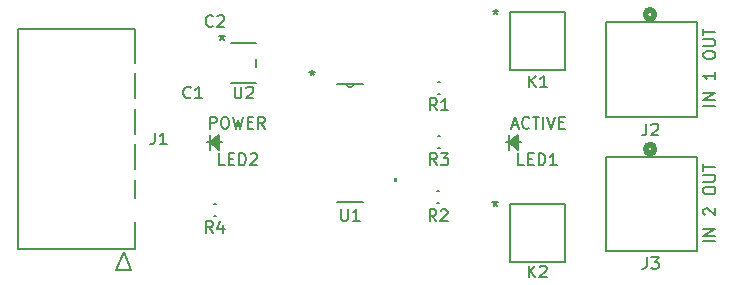
<source format=gbr>
%TF.GenerationSoftware,KiCad,Pcbnew,8.0.1*%
%TF.CreationDate,2024-04-22T12:52:14-04:00*%
%TF.ProjectId,QATCH_MUX_PCB_tester_1x1,51415443-485f-44d5-9558-5f5043425f74,1*%
%TF.SameCoordinates,Original*%
%TF.FileFunction,Legend,Top*%
%TF.FilePolarity,Positive*%
%FSLAX46Y46*%
G04 Gerber Fmt 4.6, Leading zero omitted, Abs format (unit mm)*
G04 Created by KiCad (PCBNEW 8.0.1) date 2024-04-22 12:52:14*
%MOMM*%
%LPD*%
G01*
G04 APERTURE LIST*
%ADD10C,0.150000*%
%ADD11C,0.152400*%
%ADD12C,0.508000*%
%ADD13C,0.000000*%
G04 APERTURE END LIST*
D10*
X125586779Y-98619819D02*
X125586779Y-97619819D01*
X125586779Y-97619819D02*
X125967731Y-97619819D01*
X125967731Y-97619819D02*
X126062969Y-97667438D01*
X126062969Y-97667438D02*
X126110588Y-97715057D01*
X126110588Y-97715057D02*
X126158207Y-97810295D01*
X126158207Y-97810295D02*
X126158207Y-97953152D01*
X126158207Y-97953152D02*
X126110588Y-98048390D01*
X126110588Y-98048390D02*
X126062969Y-98096009D01*
X126062969Y-98096009D02*
X125967731Y-98143628D01*
X125967731Y-98143628D02*
X125586779Y-98143628D01*
X126777255Y-97619819D02*
X126967731Y-97619819D01*
X126967731Y-97619819D02*
X127062969Y-97667438D01*
X127062969Y-97667438D02*
X127158207Y-97762676D01*
X127158207Y-97762676D02*
X127205826Y-97953152D01*
X127205826Y-97953152D02*
X127205826Y-98286485D01*
X127205826Y-98286485D02*
X127158207Y-98476961D01*
X127158207Y-98476961D02*
X127062969Y-98572200D01*
X127062969Y-98572200D02*
X126967731Y-98619819D01*
X126967731Y-98619819D02*
X126777255Y-98619819D01*
X126777255Y-98619819D02*
X126682017Y-98572200D01*
X126682017Y-98572200D02*
X126586779Y-98476961D01*
X126586779Y-98476961D02*
X126539160Y-98286485D01*
X126539160Y-98286485D02*
X126539160Y-97953152D01*
X126539160Y-97953152D02*
X126586779Y-97762676D01*
X126586779Y-97762676D02*
X126682017Y-97667438D01*
X126682017Y-97667438D02*
X126777255Y-97619819D01*
X127539160Y-97619819D02*
X127777255Y-98619819D01*
X127777255Y-98619819D02*
X127967731Y-97905533D01*
X127967731Y-97905533D02*
X128158207Y-98619819D01*
X128158207Y-98619819D02*
X128396303Y-97619819D01*
X128777255Y-98096009D02*
X129110588Y-98096009D01*
X129253445Y-98619819D02*
X128777255Y-98619819D01*
X128777255Y-98619819D02*
X128777255Y-97619819D01*
X128777255Y-97619819D02*
X129253445Y-97619819D01*
X130253445Y-98619819D02*
X129920112Y-98143628D01*
X129682017Y-98619819D02*
X129682017Y-97619819D01*
X129682017Y-97619819D02*
X130062969Y-97619819D01*
X130062969Y-97619819D02*
X130158207Y-97667438D01*
X130158207Y-97667438D02*
X130205826Y-97715057D01*
X130205826Y-97715057D02*
X130253445Y-97810295D01*
X130253445Y-97810295D02*
X130253445Y-97953152D01*
X130253445Y-97953152D02*
X130205826Y-98048390D01*
X130205826Y-98048390D02*
X130158207Y-98096009D01*
X130158207Y-98096009D02*
X130062969Y-98143628D01*
X130062969Y-98143628D02*
X129682017Y-98143628D01*
X168369819Y-108143220D02*
X167369819Y-108143220D01*
X168369819Y-107667030D02*
X167369819Y-107667030D01*
X167369819Y-107667030D02*
X168369819Y-107095602D01*
X168369819Y-107095602D02*
X167369819Y-107095602D01*
X167465057Y-105905125D02*
X167417438Y-105857506D01*
X167417438Y-105857506D02*
X167369819Y-105762268D01*
X167369819Y-105762268D02*
X167369819Y-105524173D01*
X167369819Y-105524173D02*
X167417438Y-105428935D01*
X167417438Y-105428935D02*
X167465057Y-105381316D01*
X167465057Y-105381316D02*
X167560295Y-105333697D01*
X167560295Y-105333697D02*
X167655533Y-105333697D01*
X167655533Y-105333697D02*
X167798390Y-105381316D01*
X167798390Y-105381316D02*
X168369819Y-105952744D01*
X168369819Y-105952744D02*
X168369819Y-105333697D01*
X167369819Y-103952744D02*
X167369819Y-103762268D01*
X167369819Y-103762268D02*
X167417438Y-103667030D01*
X167417438Y-103667030D02*
X167512676Y-103571792D01*
X167512676Y-103571792D02*
X167703152Y-103524173D01*
X167703152Y-103524173D02*
X168036485Y-103524173D01*
X168036485Y-103524173D02*
X168226961Y-103571792D01*
X168226961Y-103571792D02*
X168322200Y-103667030D01*
X168322200Y-103667030D02*
X168369819Y-103762268D01*
X168369819Y-103762268D02*
X168369819Y-103952744D01*
X168369819Y-103952744D02*
X168322200Y-104047982D01*
X168322200Y-104047982D02*
X168226961Y-104143220D01*
X168226961Y-104143220D02*
X168036485Y-104190839D01*
X168036485Y-104190839D02*
X167703152Y-104190839D01*
X167703152Y-104190839D02*
X167512676Y-104143220D01*
X167512676Y-104143220D02*
X167417438Y-104047982D01*
X167417438Y-104047982D02*
X167369819Y-103952744D01*
X167369819Y-103095601D02*
X168179342Y-103095601D01*
X168179342Y-103095601D02*
X168274580Y-103047982D01*
X168274580Y-103047982D02*
X168322200Y-103000363D01*
X168322200Y-103000363D02*
X168369819Y-102905125D01*
X168369819Y-102905125D02*
X168369819Y-102714649D01*
X168369819Y-102714649D02*
X168322200Y-102619411D01*
X168322200Y-102619411D02*
X168274580Y-102571792D01*
X168274580Y-102571792D02*
X168179342Y-102524173D01*
X168179342Y-102524173D02*
X167369819Y-102524173D01*
X167369819Y-102190839D02*
X167369819Y-101619411D01*
X168369819Y-101905125D02*
X167369819Y-101905125D01*
X134250000Y-93664819D02*
X134250000Y-93902914D01*
X134011905Y-93807676D02*
X134250000Y-93902914D01*
X134250000Y-93902914D02*
X134488095Y-93807676D01*
X134107143Y-94093390D02*
X134250000Y-93902914D01*
X134250000Y-93902914D02*
X134392857Y-94093390D01*
X168369819Y-96663220D02*
X167369819Y-96663220D01*
X168369819Y-96187030D02*
X167369819Y-96187030D01*
X167369819Y-96187030D02*
X168369819Y-95615602D01*
X168369819Y-95615602D02*
X167369819Y-95615602D01*
X168369819Y-93853697D02*
X168369819Y-94425125D01*
X168369819Y-94139411D02*
X167369819Y-94139411D01*
X167369819Y-94139411D02*
X167512676Y-94234649D01*
X167512676Y-94234649D02*
X167607914Y-94329887D01*
X167607914Y-94329887D02*
X167655533Y-94425125D01*
X167369819Y-92472744D02*
X167369819Y-92282268D01*
X167369819Y-92282268D02*
X167417438Y-92187030D01*
X167417438Y-92187030D02*
X167512676Y-92091792D01*
X167512676Y-92091792D02*
X167703152Y-92044173D01*
X167703152Y-92044173D02*
X168036485Y-92044173D01*
X168036485Y-92044173D02*
X168226961Y-92091792D01*
X168226961Y-92091792D02*
X168322200Y-92187030D01*
X168322200Y-92187030D02*
X168369819Y-92282268D01*
X168369819Y-92282268D02*
X168369819Y-92472744D01*
X168369819Y-92472744D02*
X168322200Y-92567982D01*
X168322200Y-92567982D02*
X168226961Y-92663220D01*
X168226961Y-92663220D02*
X168036485Y-92710839D01*
X168036485Y-92710839D02*
X167703152Y-92710839D01*
X167703152Y-92710839D02*
X167512676Y-92663220D01*
X167512676Y-92663220D02*
X167417438Y-92567982D01*
X167417438Y-92567982D02*
X167369819Y-92472744D01*
X167369819Y-91615601D02*
X168179342Y-91615601D01*
X168179342Y-91615601D02*
X168274580Y-91567982D01*
X168274580Y-91567982D02*
X168322200Y-91520363D01*
X168322200Y-91520363D02*
X168369819Y-91425125D01*
X168369819Y-91425125D02*
X168369819Y-91234649D01*
X168369819Y-91234649D02*
X168322200Y-91139411D01*
X168322200Y-91139411D02*
X168274580Y-91091792D01*
X168274580Y-91091792D02*
X168179342Y-91044173D01*
X168179342Y-91044173D02*
X167369819Y-91044173D01*
X167369819Y-90710839D02*
X167369819Y-90139411D01*
X168369819Y-90425125D02*
X167369819Y-90425125D01*
X151153160Y-98334104D02*
X151629350Y-98334104D01*
X151057922Y-98619819D02*
X151391255Y-97619819D01*
X151391255Y-97619819D02*
X151724588Y-98619819D01*
X152629350Y-98524580D02*
X152581731Y-98572200D01*
X152581731Y-98572200D02*
X152438874Y-98619819D01*
X152438874Y-98619819D02*
X152343636Y-98619819D01*
X152343636Y-98619819D02*
X152200779Y-98572200D01*
X152200779Y-98572200D02*
X152105541Y-98476961D01*
X152105541Y-98476961D02*
X152057922Y-98381723D01*
X152057922Y-98381723D02*
X152010303Y-98191247D01*
X152010303Y-98191247D02*
X152010303Y-98048390D01*
X152010303Y-98048390D02*
X152057922Y-97857914D01*
X152057922Y-97857914D02*
X152105541Y-97762676D01*
X152105541Y-97762676D02*
X152200779Y-97667438D01*
X152200779Y-97667438D02*
X152343636Y-97619819D01*
X152343636Y-97619819D02*
X152438874Y-97619819D01*
X152438874Y-97619819D02*
X152581731Y-97667438D01*
X152581731Y-97667438D02*
X152629350Y-97715057D01*
X152915065Y-97619819D02*
X153486493Y-97619819D01*
X153200779Y-98619819D02*
X153200779Y-97619819D01*
X153819827Y-98619819D02*
X153819827Y-97619819D01*
X154153160Y-97619819D02*
X154486493Y-98619819D01*
X154486493Y-98619819D02*
X154819826Y-97619819D01*
X155153160Y-98096009D02*
X155486493Y-98096009D01*
X155629350Y-98619819D02*
X155153160Y-98619819D01*
X155153160Y-98619819D02*
X155153160Y-97619819D01*
X155153160Y-97619819D02*
X155629350Y-97619819D01*
X152593905Y-95124819D02*
X152593905Y-94124819D01*
X153165333Y-95124819D02*
X152736762Y-94553390D01*
X153165333Y-94124819D02*
X152593905Y-94696247D01*
X154117714Y-95124819D02*
X153546286Y-95124819D01*
X153832000Y-95124819D02*
X153832000Y-94124819D01*
X153832000Y-94124819D02*
X153736762Y-94267676D01*
X153736762Y-94267676D02*
X153641524Y-94362914D01*
X153641524Y-94362914D02*
X153546286Y-94410533D01*
X149776000Y-88474819D02*
X149776000Y-88712914D01*
X149537905Y-88617676D02*
X149776000Y-88712914D01*
X149776000Y-88712914D02*
X150014095Y-88617676D01*
X149633143Y-88903390D02*
X149776000Y-88712914D01*
X149776000Y-88712914D02*
X149918857Y-88903390D01*
X125833333Y-89919580D02*
X125785714Y-89967200D01*
X125785714Y-89967200D02*
X125642857Y-90014819D01*
X125642857Y-90014819D02*
X125547619Y-90014819D01*
X125547619Y-90014819D02*
X125404762Y-89967200D01*
X125404762Y-89967200D02*
X125309524Y-89871961D01*
X125309524Y-89871961D02*
X125261905Y-89776723D01*
X125261905Y-89776723D02*
X125214286Y-89586247D01*
X125214286Y-89586247D02*
X125214286Y-89443390D01*
X125214286Y-89443390D02*
X125261905Y-89252914D01*
X125261905Y-89252914D02*
X125309524Y-89157676D01*
X125309524Y-89157676D02*
X125404762Y-89062438D01*
X125404762Y-89062438D02*
X125547619Y-89014819D01*
X125547619Y-89014819D02*
X125642857Y-89014819D01*
X125642857Y-89014819D02*
X125785714Y-89062438D01*
X125785714Y-89062438D02*
X125833333Y-89110057D01*
X126214286Y-89110057D02*
X126261905Y-89062438D01*
X126261905Y-89062438D02*
X126357143Y-89014819D01*
X126357143Y-89014819D02*
X126595238Y-89014819D01*
X126595238Y-89014819D02*
X126690476Y-89062438D01*
X126690476Y-89062438D02*
X126738095Y-89110057D01*
X126738095Y-89110057D02*
X126785714Y-89205295D01*
X126785714Y-89205295D02*
X126785714Y-89300533D01*
X126785714Y-89300533D02*
X126738095Y-89443390D01*
X126738095Y-89443390D02*
X126166667Y-90014819D01*
X126166667Y-90014819D02*
X126785714Y-90014819D01*
X120916666Y-98944823D02*
X120916666Y-99659108D01*
X120916666Y-99659108D02*
X120869047Y-99801965D01*
X120869047Y-99801965D02*
X120773809Y-99897204D01*
X120773809Y-99897204D02*
X120630952Y-99944823D01*
X120630952Y-99944823D02*
X120535714Y-99944823D01*
X121916666Y-99944823D02*
X121345238Y-99944823D01*
X121630952Y-99944823D02*
X121630952Y-98944823D01*
X121630952Y-98944823D02*
X121535714Y-99087680D01*
X121535714Y-99087680D02*
X121440476Y-99182918D01*
X121440476Y-99182918D02*
X121345238Y-99230537D01*
X127672695Y-95054819D02*
X127672695Y-95864342D01*
X127672695Y-95864342D02*
X127720314Y-95959580D01*
X127720314Y-95959580D02*
X127767933Y-96007200D01*
X127767933Y-96007200D02*
X127863171Y-96054819D01*
X127863171Y-96054819D02*
X128053647Y-96054819D01*
X128053647Y-96054819D02*
X128148885Y-96007200D01*
X128148885Y-96007200D02*
X128196504Y-95959580D01*
X128196504Y-95959580D02*
X128244123Y-95864342D01*
X128244123Y-95864342D02*
X128244123Y-95054819D01*
X128672695Y-95150057D02*
X128720314Y-95102438D01*
X128720314Y-95102438D02*
X128815552Y-95054819D01*
X128815552Y-95054819D02*
X129053647Y-95054819D01*
X129053647Y-95054819D02*
X129148885Y-95102438D01*
X129148885Y-95102438D02*
X129196504Y-95150057D01*
X129196504Y-95150057D02*
X129244123Y-95245295D01*
X129244123Y-95245295D02*
X129244123Y-95340533D01*
X129244123Y-95340533D02*
X129196504Y-95483390D01*
X129196504Y-95483390D02*
X128625076Y-96054819D01*
X128625076Y-96054819D02*
X129244123Y-96054819D01*
X126600000Y-90654819D02*
X126600000Y-90892914D01*
X126361905Y-90797676D02*
X126600000Y-90892914D01*
X126600000Y-90892914D02*
X126838095Y-90797676D01*
X126457143Y-91083390D02*
X126600000Y-90892914D01*
X126600000Y-90892914D02*
X126742857Y-91083390D01*
X162580666Y-109494816D02*
X162580666Y-110209101D01*
X162580666Y-110209101D02*
X162533047Y-110351958D01*
X162533047Y-110351958D02*
X162437809Y-110447197D01*
X162437809Y-110447197D02*
X162294952Y-110494816D01*
X162294952Y-110494816D02*
X162199714Y-110494816D01*
X162961619Y-109494816D02*
X163580666Y-109494816D01*
X163580666Y-109494816D02*
X163247333Y-109875768D01*
X163247333Y-109875768D02*
X163390190Y-109875768D01*
X163390190Y-109875768D02*
X163485428Y-109923387D01*
X163485428Y-109923387D02*
X163533047Y-109971006D01*
X163533047Y-109971006D02*
X163580666Y-110066244D01*
X163580666Y-110066244D02*
X163580666Y-110304339D01*
X163580666Y-110304339D02*
X163533047Y-110399577D01*
X163533047Y-110399577D02*
X163485428Y-110447197D01*
X163485428Y-110447197D02*
X163390190Y-110494816D01*
X163390190Y-110494816D02*
X163104476Y-110494816D01*
X163104476Y-110494816D02*
X163009238Y-110447197D01*
X163009238Y-110447197D02*
X162961619Y-110399577D01*
X126834852Y-101704819D02*
X126358662Y-101704819D01*
X126358662Y-101704819D02*
X126358662Y-100704819D01*
X127168186Y-101181009D02*
X127501519Y-101181009D01*
X127644376Y-101704819D02*
X127168186Y-101704819D01*
X127168186Y-101704819D02*
X127168186Y-100704819D01*
X127168186Y-100704819D02*
X127644376Y-100704819D01*
X128072948Y-101704819D02*
X128072948Y-100704819D01*
X128072948Y-100704819D02*
X128311043Y-100704819D01*
X128311043Y-100704819D02*
X128453900Y-100752438D01*
X128453900Y-100752438D02*
X128549138Y-100847676D01*
X128549138Y-100847676D02*
X128596757Y-100942914D01*
X128596757Y-100942914D02*
X128644376Y-101133390D01*
X128644376Y-101133390D02*
X128644376Y-101276247D01*
X128644376Y-101276247D02*
X128596757Y-101466723D01*
X128596757Y-101466723D02*
X128549138Y-101561961D01*
X128549138Y-101561961D02*
X128453900Y-101657200D01*
X128453900Y-101657200D02*
X128311043Y-101704819D01*
X128311043Y-101704819D02*
X128072948Y-101704819D01*
X129025329Y-100800057D02*
X129072948Y-100752438D01*
X129072948Y-100752438D02*
X129168186Y-100704819D01*
X129168186Y-100704819D02*
X129406281Y-100704819D01*
X129406281Y-100704819D02*
X129501519Y-100752438D01*
X129501519Y-100752438D02*
X129549138Y-100800057D01*
X129549138Y-100800057D02*
X129596757Y-100895295D01*
X129596757Y-100895295D02*
X129596757Y-100990533D01*
X129596757Y-100990533D02*
X129549138Y-101133390D01*
X129549138Y-101133390D02*
X128977710Y-101704819D01*
X128977710Y-101704819D02*
X129596757Y-101704819D01*
X144758633Y-106454819D02*
X144425300Y-105978628D01*
X144187205Y-106454819D02*
X144187205Y-105454819D01*
X144187205Y-105454819D02*
X144568157Y-105454819D01*
X144568157Y-105454819D02*
X144663395Y-105502438D01*
X144663395Y-105502438D02*
X144711014Y-105550057D01*
X144711014Y-105550057D02*
X144758633Y-105645295D01*
X144758633Y-105645295D02*
X144758633Y-105788152D01*
X144758633Y-105788152D02*
X144711014Y-105883390D01*
X144711014Y-105883390D02*
X144663395Y-105931009D01*
X144663395Y-105931009D02*
X144568157Y-105978628D01*
X144568157Y-105978628D02*
X144187205Y-105978628D01*
X145139586Y-105550057D02*
X145187205Y-105502438D01*
X145187205Y-105502438D02*
X145282443Y-105454819D01*
X145282443Y-105454819D02*
X145520538Y-105454819D01*
X145520538Y-105454819D02*
X145615776Y-105502438D01*
X145615776Y-105502438D02*
X145663395Y-105550057D01*
X145663395Y-105550057D02*
X145711014Y-105645295D01*
X145711014Y-105645295D02*
X145711014Y-105740533D01*
X145711014Y-105740533D02*
X145663395Y-105883390D01*
X145663395Y-105883390D02*
X145091967Y-106454819D01*
X145091967Y-106454819D02*
X145711014Y-106454819D01*
X136688095Y-105424819D02*
X136688095Y-106234342D01*
X136688095Y-106234342D02*
X136735714Y-106329580D01*
X136735714Y-106329580D02*
X136783333Y-106377200D01*
X136783333Y-106377200D02*
X136878571Y-106424819D01*
X136878571Y-106424819D02*
X137069047Y-106424819D01*
X137069047Y-106424819D02*
X137164285Y-106377200D01*
X137164285Y-106377200D02*
X137211904Y-106329580D01*
X137211904Y-106329580D02*
X137259523Y-106234342D01*
X137259523Y-106234342D02*
X137259523Y-105424819D01*
X138259523Y-106424819D02*
X137688095Y-106424819D01*
X137973809Y-106424819D02*
X137973809Y-105424819D01*
X137973809Y-105424819D02*
X137878571Y-105567676D01*
X137878571Y-105567676D02*
X137783333Y-105662914D01*
X137783333Y-105662914D02*
X137688095Y-105710533D01*
X162530666Y-98187222D02*
X162530666Y-98901507D01*
X162530666Y-98901507D02*
X162483047Y-99044364D01*
X162483047Y-99044364D02*
X162387809Y-99139603D01*
X162387809Y-99139603D02*
X162244952Y-99187222D01*
X162244952Y-99187222D02*
X162149714Y-99187222D01*
X162959238Y-98282460D02*
X163006857Y-98234841D01*
X163006857Y-98234841D02*
X163102095Y-98187222D01*
X163102095Y-98187222D02*
X163340190Y-98187222D01*
X163340190Y-98187222D02*
X163435428Y-98234841D01*
X163435428Y-98234841D02*
X163483047Y-98282460D01*
X163483047Y-98282460D02*
X163530666Y-98377698D01*
X163530666Y-98377698D02*
X163530666Y-98472936D01*
X163530666Y-98472936D02*
X163483047Y-98615793D01*
X163483047Y-98615793D02*
X162911619Y-99187222D01*
X162911619Y-99187222D02*
X163530666Y-99187222D01*
X123963333Y-95959580D02*
X123915714Y-96007200D01*
X123915714Y-96007200D02*
X123772857Y-96054819D01*
X123772857Y-96054819D02*
X123677619Y-96054819D01*
X123677619Y-96054819D02*
X123534762Y-96007200D01*
X123534762Y-96007200D02*
X123439524Y-95911961D01*
X123439524Y-95911961D02*
X123391905Y-95816723D01*
X123391905Y-95816723D02*
X123344286Y-95626247D01*
X123344286Y-95626247D02*
X123344286Y-95483390D01*
X123344286Y-95483390D02*
X123391905Y-95292914D01*
X123391905Y-95292914D02*
X123439524Y-95197676D01*
X123439524Y-95197676D02*
X123534762Y-95102438D01*
X123534762Y-95102438D02*
X123677619Y-95054819D01*
X123677619Y-95054819D02*
X123772857Y-95054819D01*
X123772857Y-95054819D02*
X123915714Y-95102438D01*
X123915714Y-95102438D02*
X123963333Y-95150057D01*
X124915714Y-96054819D02*
X124344286Y-96054819D01*
X124630000Y-96054819D02*
X124630000Y-95054819D01*
X124630000Y-95054819D02*
X124534762Y-95197676D01*
X124534762Y-95197676D02*
X124439524Y-95292914D01*
X124439524Y-95292914D02*
X124344286Y-95340533D01*
X125833333Y-107454819D02*
X125500000Y-106978628D01*
X125261905Y-107454819D02*
X125261905Y-106454819D01*
X125261905Y-106454819D02*
X125642857Y-106454819D01*
X125642857Y-106454819D02*
X125738095Y-106502438D01*
X125738095Y-106502438D02*
X125785714Y-106550057D01*
X125785714Y-106550057D02*
X125833333Y-106645295D01*
X125833333Y-106645295D02*
X125833333Y-106788152D01*
X125833333Y-106788152D02*
X125785714Y-106883390D01*
X125785714Y-106883390D02*
X125738095Y-106931009D01*
X125738095Y-106931009D02*
X125642857Y-106978628D01*
X125642857Y-106978628D02*
X125261905Y-106978628D01*
X126690476Y-106788152D02*
X126690476Y-107454819D01*
X126452381Y-106407200D02*
X126214286Y-107121485D01*
X126214286Y-107121485D02*
X126833333Y-107121485D01*
X144808633Y-101704819D02*
X144475300Y-101228628D01*
X144237205Y-101704819D02*
X144237205Y-100704819D01*
X144237205Y-100704819D02*
X144618157Y-100704819D01*
X144618157Y-100704819D02*
X144713395Y-100752438D01*
X144713395Y-100752438D02*
X144761014Y-100800057D01*
X144761014Y-100800057D02*
X144808633Y-100895295D01*
X144808633Y-100895295D02*
X144808633Y-101038152D01*
X144808633Y-101038152D02*
X144761014Y-101133390D01*
X144761014Y-101133390D02*
X144713395Y-101181009D01*
X144713395Y-101181009D02*
X144618157Y-101228628D01*
X144618157Y-101228628D02*
X144237205Y-101228628D01*
X145141967Y-100704819D02*
X145761014Y-100704819D01*
X145761014Y-100704819D02*
X145427681Y-101085771D01*
X145427681Y-101085771D02*
X145570538Y-101085771D01*
X145570538Y-101085771D02*
X145665776Y-101133390D01*
X145665776Y-101133390D02*
X145713395Y-101181009D01*
X145713395Y-101181009D02*
X145761014Y-101276247D01*
X145761014Y-101276247D02*
X145761014Y-101514342D01*
X145761014Y-101514342D02*
X145713395Y-101609580D01*
X145713395Y-101609580D02*
X145665776Y-101657200D01*
X145665776Y-101657200D02*
X145570538Y-101704819D01*
X145570538Y-101704819D02*
X145284824Y-101704819D01*
X145284824Y-101704819D02*
X145189586Y-101657200D01*
X145189586Y-101657200D02*
X145141967Y-101609580D01*
X152565905Y-111204819D02*
X152565905Y-110204819D01*
X153137333Y-111204819D02*
X152708762Y-110633390D01*
X153137333Y-110204819D02*
X152565905Y-110776247D01*
X153518286Y-110300057D02*
X153565905Y-110252438D01*
X153565905Y-110252438D02*
X153661143Y-110204819D01*
X153661143Y-110204819D02*
X153899238Y-110204819D01*
X153899238Y-110204819D02*
X153994476Y-110252438D01*
X153994476Y-110252438D02*
X154042095Y-110300057D01*
X154042095Y-110300057D02*
X154089714Y-110395295D01*
X154089714Y-110395295D02*
X154089714Y-110490533D01*
X154089714Y-110490533D02*
X154042095Y-110633390D01*
X154042095Y-110633390D02*
X153470667Y-111204819D01*
X153470667Y-111204819D02*
X154089714Y-111204819D01*
X149748000Y-104704819D02*
X149748000Y-104942914D01*
X149509905Y-104847676D02*
X149748000Y-104942914D01*
X149748000Y-104942914D02*
X149986095Y-104847676D01*
X149605143Y-105133390D02*
X149748000Y-104942914D01*
X149748000Y-104942914D02*
X149890857Y-105133390D01*
X152177052Y-101704819D02*
X151700862Y-101704819D01*
X151700862Y-101704819D02*
X151700862Y-100704819D01*
X152510386Y-101181009D02*
X152843719Y-101181009D01*
X152986576Y-101704819D02*
X152510386Y-101704819D01*
X152510386Y-101704819D02*
X152510386Y-100704819D01*
X152510386Y-100704819D02*
X152986576Y-100704819D01*
X153415148Y-101704819D02*
X153415148Y-100704819D01*
X153415148Y-100704819D02*
X153653243Y-100704819D01*
X153653243Y-100704819D02*
X153796100Y-100752438D01*
X153796100Y-100752438D02*
X153891338Y-100847676D01*
X153891338Y-100847676D02*
X153938957Y-100942914D01*
X153938957Y-100942914D02*
X153986576Y-101133390D01*
X153986576Y-101133390D02*
X153986576Y-101276247D01*
X153986576Y-101276247D02*
X153938957Y-101466723D01*
X153938957Y-101466723D02*
X153891338Y-101561961D01*
X153891338Y-101561961D02*
X153796100Y-101657200D01*
X153796100Y-101657200D02*
X153653243Y-101704819D01*
X153653243Y-101704819D02*
X153415148Y-101704819D01*
X154938957Y-101704819D02*
X154367529Y-101704819D01*
X154653243Y-101704819D02*
X154653243Y-100704819D01*
X154653243Y-100704819D02*
X154558005Y-100847676D01*
X154558005Y-100847676D02*
X154462767Y-100942914D01*
X154462767Y-100942914D02*
X154367529Y-100990533D01*
X144808033Y-97054819D02*
X144474700Y-96578628D01*
X144236605Y-97054819D02*
X144236605Y-96054819D01*
X144236605Y-96054819D02*
X144617557Y-96054819D01*
X144617557Y-96054819D02*
X144712795Y-96102438D01*
X144712795Y-96102438D02*
X144760414Y-96150057D01*
X144760414Y-96150057D02*
X144808033Y-96245295D01*
X144808033Y-96245295D02*
X144808033Y-96388152D01*
X144808033Y-96388152D02*
X144760414Y-96483390D01*
X144760414Y-96483390D02*
X144712795Y-96531009D01*
X144712795Y-96531009D02*
X144617557Y-96578628D01*
X144617557Y-96578628D02*
X144236605Y-96578628D01*
X145760414Y-97054819D02*
X145188986Y-97054819D01*
X145474700Y-97054819D02*
X145474700Y-96054819D01*
X145474700Y-96054819D02*
X145379462Y-96197676D01*
X145379462Y-96197676D02*
X145284224Y-96292914D01*
X145284224Y-96292914D02*
X145188986Y-96340533D01*
D11*
%TO.C,K1*%
X151007900Y-88774300D02*
X151007900Y-93625700D01*
X151007900Y-93625700D02*
X155656100Y-93625700D01*
X155656100Y-88774300D02*
X151007900Y-88774300D01*
X155656100Y-93625700D02*
X155656100Y-88774300D01*
%TO.C,J1*%
X109370000Y-90170003D02*
X109370000Y-108810004D01*
X109370000Y-108810004D02*
X119270001Y-108810004D01*
X117655000Y-110588004D02*
X118290000Y-109064004D01*
X118290000Y-109064004D02*
X118925000Y-110588004D01*
X118925000Y-110588004D02*
X117655000Y-110588004D01*
X119270001Y-90170003D02*
X109370000Y-90170003D01*
X119270001Y-93042114D02*
X119270001Y-90170003D01*
X119270001Y-96042113D02*
X119270001Y-93937893D01*
X119270001Y-99042112D02*
X119270001Y-96937893D01*
X119270001Y-102042111D02*
X119270001Y-99937892D01*
X119270001Y-104501076D02*
X119270001Y-102937891D01*
X119270001Y-108810004D02*
X119270001Y-106478924D01*
%TO.C,U2*%
X127405900Y-94746400D02*
X129463300Y-94746400D01*
X129463300Y-91393600D02*
X127405900Y-91393600D01*
X129463300Y-93433261D02*
X129463300Y-92706739D01*
%TO.C,J3*%
X159141201Y-100982999D02*
X159141201Y-109009399D01*
X159141201Y-109009399D02*
X166837401Y-109009399D01*
X166837401Y-100982999D02*
X159141201Y-100982999D01*
X166837401Y-109009399D02*
X166837401Y-100982999D01*
D12*
X163235000Y-100347999D02*
G75*
G02*
X162473000Y-100347999I-381000J0D01*
G01*
X162473000Y-100347999D02*
G75*
G02*
X163235000Y-100347999I381000J0D01*
G01*
D11*
%TO.C,LED2*%
X125553600Y-99115000D02*
X125553600Y-100385000D01*
X125553600Y-99750000D02*
X126315600Y-99115000D01*
X125553600Y-99750000D02*
X126315600Y-99242000D01*
X125553600Y-99750000D02*
X126315600Y-99369000D01*
X125553600Y-99750000D02*
X126315600Y-99496000D01*
X125553600Y-99750000D02*
X126315600Y-99623000D01*
X125553600Y-99750000D02*
X126315600Y-99877000D01*
X125553600Y-99750000D02*
X126315600Y-100004000D01*
X125553600Y-99750000D02*
X126315600Y-100131000D01*
X125553600Y-99750000D02*
X126315600Y-100258000D01*
X125553600Y-99750000D02*
X126315600Y-100385000D01*
X126315600Y-99115000D02*
X126315600Y-100385000D01*
X126569600Y-99750000D02*
X125299600Y-99750000D01*
%TO.C,R2*%
X144839150Y-104953400D02*
X145011450Y-104953400D01*
X145011450Y-103886600D02*
X144839150Y-103886600D01*
%TO.C,U1*%
X136352897Y-104808800D02*
X138531503Y-104808800D01*
X138531503Y-94801200D02*
X136352897Y-94801200D01*
X137747000Y-94801200D02*
G75*
G02*
X137137400Y-94801200I-304800J0D01*
G01*
D13*
G36*
X141404600Y-103170500D02*
G01*
X141150600Y-103170500D01*
X141150600Y-102789500D01*
X141404600Y-102789500D01*
X141404600Y-103170500D01*
G37*
D11*
%TO.C,J2*%
X159131201Y-89573002D02*
X159131201Y-97599402D01*
X159131201Y-97599402D02*
X166827401Y-97599402D01*
X166827401Y-89573002D02*
X159131201Y-89573002D01*
X166827401Y-97599402D02*
X166827401Y-89573002D01*
D12*
X163225000Y-88938002D02*
G75*
G02*
X162463000Y-88938002I-381000J0D01*
G01*
X162463000Y-88938002D02*
G75*
G02*
X163225000Y-88938002I381000J0D01*
G01*
D11*
%TO.C,R4*%
X125913850Y-106033400D02*
X126086150Y-106033400D01*
X126086150Y-104966600D02*
X125913850Y-104966600D01*
%TO.C,R3*%
X144889150Y-100283400D02*
X145061450Y-100283400D01*
X145061450Y-99216600D02*
X144889150Y-99216600D01*
%TO.C,K2*%
X150979900Y-105024300D02*
X150979900Y-109875700D01*
X150979900Y-109875700D02*
X155628100Y-109875700D01*
X155628100Y-105024300D02*
X150979900Y-105024300D01*
X155628100Y-109875700D02*
X155628100Y-105024300D01*
%TO.C,LED1*%
X150895800Y-99115000D02*
X150895800Y-100385000D01*
X150895800Y-99750000D02*
X151657800Y-99115000D01*
X150895800Y-99750000D02*
X151657800Y-99242000D01*
X150895800Y-99750000D02*
X151657800Y-99369000D01*
X150895800Y-99750000D02*
X151657800Y-99496000D01*
X150895800Y-99750000D02*
X151657800Y-99623000D01*
X150895800Y-99750000D02*
X151657800Y-99877000D01*
X150895800Y-99750000D02*
X151657800Y-100004000D01*
X150895800Y-99750000D02*
X151657800Y-100131000D01*
X150895800Y-99750000D02*
X151657800Y-100258000D01*
X150895800Y-99750000D02*
X151657800Y-100385000D01*
X151657800Y-99115000D02*
X151657800Y-100385000D01*
X151911800Y-99750000D02*
X150641800Y-99750000D01*
%TO.C,R1*%
X144888550Y-95713400D02*
X145060850Y-95713400D01*
X145060850Y-94646600D02*
X144888550Y-94646600D01*
%TD*%
M02*

</source>
